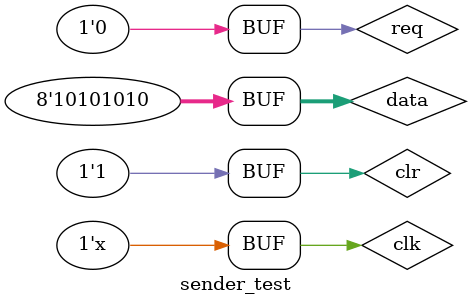
<source format=v>
`timescale 1ns / 1ps


module sender_test;

	// Inputs
	reg clk;
	reg clr;
	reg req;
	reg [7:0] data;

	// Outputs
	wire xmt;
	wire ack;

	// Instantiate the Unit Under Test (UUT)
	sender uut (
		.clk(clk), 
		.clr(clr), 
		.req(req), 
		.data(data), 
		.xmt(xmt), 
		.ack(ack)
	);

	initial begin
		// Initialize Inputs
		clk = 0;
		clr = 0;
		req = 0;
		data = 0;
		
		#20;
		clr = 1;
		
		// Wait 100 ns for global reset to finish
		#100;
		
		req = 1;
		data = 8'b10101010;		
		#20;
		req = 0;
		#1000;
		// Add stimulus here

	end

	always #1 clk = ~clk;  
endmodule


</source>
